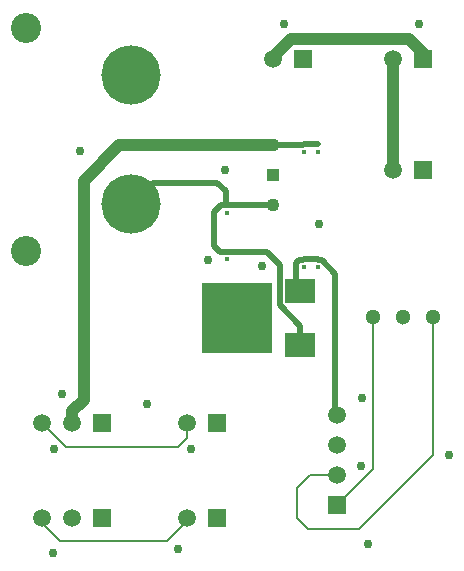
<source format=gbr>
%TF.GenerationSoftware,KiCad,Pcbnew,7.0.1*%
%TF.CreationDate,2023-09-15T12:38:23+09:00*%
%TF.ProjectId,Mix necessary function,4d697820-6e65-4636-9573-736172792066,rev?*%
%TF.SameCoordinates,Original*%
%TF.FileFunction,Copper,L1,Top*%
%TF.FilePolarity,Positive*%
%FSLAX46Y46*%
G04 Gerber Fmt 4.6, Leading zero omitted, Abs format (unit mm)*
G04 Created by KiCad (PCBNEW 7.0.1) date 2023-09-15 12:38:23*
%MOMM*%
%LPD*%
G01*
G04 APERTURE LIST*
%TA.AperFunction,ComponentPad*%
%ADD10R,1.108000X1.108000*%
%TD*%
%TA.AperFunction,ComponentPad*%
%ADD11C,1.108000*%
%TD*%
%TA.AperFunction,ComponentPad*%
%ADD12R,1.508000X1.508000*%
%TD*%
%TA.AperFunction,ComponentPad*%
%ADD13C,1.508000*%
%TD*%
%TA.AperFunction,SMDPad,CuDef*%
%ADD14R,6.000000X6.000000*%
%TD*%
%TA.AperFunction,SMDPad,CuDef*%
%ADD15R,2.500000X2.000000*%
%TD*%
%TA.AperFunction,SMDPad,CuDef*%
%ADD16R,0.400000X0.350000*%
%TD*%
%TA.AperFunction,ComponentPad*%
%ADD17C,5.016000*%
%TD*%
%TA.AperFunction,ComponentPad*%
%ADD18C,2.550000*%
%TD*%
%TA.AperFunction,ComponentPad*%
%ADD19C,1.300000*%
%TD*%
%TA.AperFunction,ViaPad*%
%ADD20C,0.756400*%
%TD*%
%TA.AperFunction,Conductor*%
%ADD21C,0.500000*%
%TD*%
%TA.AperFunction,Conductor*%
%ADD22C,1.016000*%
%TD*%
%TA.AperFunction,Conductor*%
%ADD23C,0.200000*%
%TD*%
%TA.AperFunction,Conductor*%
%ADD24C,1.000000*%
%TD*%
%TA.AperFunction,Conductor*%
%ADD25C,0.152400*%
%TD*%
G04 APERTURE END LIST*
D10*
%TO.P,U$1,GND*%
%TO.N,GND*%
X155001100Y-100003600D03*
D11*
%TO.P,U$1,INPUT*%
%TO.N,PVCC*%
X155001100Y-102543600D03*
%TO.P,U$1,OUTPUT*%
%TO.N,+6V*%
X155001100Y-97463600D03*
%TD*%
D12*
%TO.P,LED,1*%
%TO.N,BLUE*%
X160431100Y-127913600D03*
D13*
%TO.P,LED,2*%
%TO.N,RED*%
X160431100Y-125373600D03*
%TO.P,LED,3*%
%TO.N,N/C*%
X160431100Y-122833600D03*
%TO.P,LED,4*%
%TO.N,+12V*%
X160431100Y-120293600D03*
%TD*%
D14*
%TO.P,U$17,GND*%
%TO.N,GND*%
X151981100Y-112084600D03*
D15*
%TO.P,U$17,VIN*%
%TO.N,PVCC*%
X157331100Y-114384600D03*
%TO.P,U$17,VOUT*%
%TO.N,+12V*%
X157331100Y-109784600D03*
%TD*%
D12*
%TO.P,SW2,1*%
%TO.N,GND*%
X157531100Y-90143600D03*
D13*
%TO.P,SW2,2*%
%TO.N,EM*%
X154991100Y-90143600D03*
%TD*%
D16*
%TO.P,C5,1*%
%TO.N,+12V*%
X157588100Y-107120600D03*
%TO.P,C5,2*%
%TO.N,GND*%
X157588100Y-107770600D03*
%TD*%
D17*
%TO.P,Lipo_THRU,+*%
%TO.N,PVCC*%
X143001100Y-102453600D03*
%TO.P,Lipo_THRU,-*%
%TO.N,GND*%
X143001100Y-91553600D03*
D18*
%TO.P,Lipo_THRU,P$3*%
%TO.N,N/C*%
X134101100Y-106453600D03*
%TO.P,Lipo_THRU,P$4*%
X134101100Y-87553600D03*
%TD*%
D16*
%TO.P,C4,1*%
%TO.N,PVCC*%
X151069100Y-106482600D03*
%TO.P,C4,2*%
%TO.N,GND*%
X151069100Y-107132600D03*
%TD*%
%TO.P,C6,1*%
%TO.N,+12V*%
X158779100Y-107120600D03*
%TO.P,C6,2*%
%TO.N,GND*%
X158779100Y-107770600D03*
%TD*%
D12*
%TO.P,SERVO2,1*%
%TO.N,GND*%
X140541100Y-121003600D03*
D13*
%TO.P,SERVO2,2*%
%TO.N,+6V*%
X138001100Y-121003600D03*
%TO.P,SERVO2,3*%
%TO.N,PWM2_SERVO*%
X135461100Y-121003600D03*
%TD*%
D12*
%TO.P,AZUSA_CON2,1*%
%TO.N,GND*%
X150271100Y-121003600D03*
D13*
%TO.P,AZUSA_CON2,2*%
%TO.N,PWM2_SERVO*%
X147731100Y-121003600D03*
%TD*%
D12*
%TO.P,AZUSA,1*%
%TO.N,GND*%
X167691100Y-99573600D03*
D13*
%TO.P,AZUSA,2*%
%TO.N,VCC*%
X165151100Y-99573600D03*
%TD*%
D19*
%TO.P,LED_SW0,C*%
%TO.N,GND*%
X166001100Y-112003600D03*
%TO.P,LED_SW0,L*%
%TO.N,BLUE*%
X163461100Y-112003600D03*
%TO.P,LED_SW0,R*%
%TO.N,RED*%
X168541100Y-112003600D03*
%TD*%
D12*
%TO.P,AZUSA_CON1,1*%
%TO.N,GND*%
X150271100Y-129003600D03*
D13*
%TO.P,AZUSA_CON1,2*%
%TO.N,PWM1_SERVO*%
X147731100Y-129003600D03*
%TD*%
D12*
%TO.P,SERVO1,1*%
%TO.N,GND*%
X140541100Y-129003600D03*
D13*
%TO.P,SERVO1,2*%
%TO.N,+6V*%
X138001100Y-129003600D03*
%TO.P,SERVO1,3*%
%TO.N,PWM1_SERVO*%
X135461100Y-129003600D03*
%TD*%
D12*
%TO.P,SW1,1*%
%TO.N,EM*%
X167691100Y-90143600D03*
D13*
%TO.P,SW1,2*%
%TO.N,VCC*%
X165151100Y-90143600D03*
%TD*%
D16*
%TO.P,C3,1*%
%TO.N,+6V*%
X158779100Y-97352600D03*
%TO.P,C3,2*%
%TO.N,GND*%
X158779100Y-98002600D03*
%TD*%
%TO.P,C1,1*%
%TO.N,PVCC*%
X151069100Y-102521600D03*
%TO.P,C1,2*%
%TO.N,GND*%
X151069100Y-103171600D03*
%TD*%
%TO.P,C2,1*%
%TO.N,+6V*%
X157588100Y-97352600D03*
%TO.P,C2,2*%
%TO.N,GND*%
X157588100Y-98002600D03*
%TD*%
D20*
%TO.N,GND*%
X148019100Y-123224600D03*
X146940100Y-131640600D03*
X137114100Y-118526600D03*
X144336100Y-119414600D03*
X136352100Y-131988600D03*
X136479100Y-123225600D03*
X154100100Y-107732600D03*
X149528100Y-107176600D03*
X158878100Y-104144600D03*
X150925100Y-99556600D03*
X138654100Y-97920600D03*
%TO.N,N$13*%
X162514100Y-118907600D03*
%TO.N,GND*%
X162451100Y-124606600D03*
X169880100Y-123733600D03*
X163022100Y-131226600D03*
X155910100Y-87221600D03*
X167340100Y-87221600D03*
%TD*%
D21*
%TO.N,+12V*%
X157588100Y-107120600D02*
X157515500Y-107193200D01*
X158779100Y-107120600D02*
X158851700Y-107193200D01*
X157588100Y-107120600D02*
X158779100Y-107120600D01*
X157221418Y-107193200D02*
X156985700Y-107428919D01*
X160291100Y-108338519D02*
X160291100Y-120153600D01*
X158851700Y-107193200D02*
X159145781Y-107193200D01*
X157331100Y-109784600D02*
X156985700Y-109439200D01*
X156985700Y-107428919D02*
X156985700Y-109439200D01*
X157515500Y-107193200D02*
X157221418Y-107193200D01*
X159145781Y-107193200D02*
X160291100Y-108338519D01*
X160431100Y-120293600D02*
X160291100Y-120153600D01*
D22*
%TO.N,VCC*%
X165151100Y-99573600D02*
X165151100Y-90143600D01*
%TO.N,EM*%
X156503556Y-88475200D02*
X166482968Y-88475200D01*
X156503556Y-88475200D02*
X154991100Y-89987657D01*
X167691100Y-90143600D02*
X167691100Y-89683332D01*
X167691100Y-89683332D02*
X166482968Y-88475200D01*
X154991100Y-90143600D02*
X154991100Y-89987657D01*
D21*
%TO.N,PVCC*%
X151001100Y-102453600D02*
X151001100Y-101384600D01*
X150606150Y-102521600D02*
X150001100Y-103126650D01*
X150255100Y-100638600D02*
X144816100Y-100638600D01*
X151069100Y-102521600D02*
X150606150Y-102521600D01*
D23*
X154979100Y-102521600D02*
X155001100Y-102543600D01*
D21*
X150480100Y-106482600D02*
X151069100Y-106482600D01*
X144816100Y-100638600D02*
X143001100Y-102453600D01*
X151069100Y-102521600D02*
X154979100Y-102521600D01*
X155571700Y-107574200D02*
X155571700Y-110981282D01*
X151069100Y-102521600D02*
X151001100Y-102453600D01*
X157331100Y-112740682D02*
X157331100Y-114384600D01*
X154480100Y-106482600D02*
X155571700Y-107574200D01*
X151001100Y-101384600D02*
X150255100Y-100638600D01*
X150001100Y-103126650D02*
X150001100Y-106003600D01*
X155571700Y-110981282D02*
X157331100Y-112740682D01*
X151069100Y-106482600D02*
X154480100Y-106482600D01*
X150001100Y-106003600D02*
X150480100Y-106482600D01*
D24*
%TO.N,+6V*%
X138001100Y-120003600D02*
X139001100Y-119003600D01*
X155001100Y-97463600D02*
X155000100Y-97464600D01*
D21*
X157588100Y-97352600D02*
X158779100Y-97352600D01*
D24*
X138001100Y-121003600D02*
X138001100Y-120003600D01*
X139001100Y-119003600D02*
X139001100Y-100464600D01*
D21*
X157515500Y-97425200D02*
X155039500Y-97425200D01*
X157515500Y-97425200D02*
X157588100Y-97352600D01*
D24*
X142001100Y-97464600D02*
X155000100Y-97464600D01*
D21*
X155001100Y-97463600D02*
X155039500Y-97425200D01*
D24*
X139001100Y-100464600D02*
X142001100Y-97464600D01*
D23*
%TO.N,RED*%
X157001100Y-126511600D02*
X158139100Y-125373600D01*
X162301737Y-130003600D02*
X158001100Y-130003600D01*
D25*
X168541100Y-112003600D02*
X168588100Y-112050600D01*
D23*
X158001100Y-130003600D02*
X157001100Y-129003600D01*
X168588100Y-123717238D02*
X162301737Y-130003600D01*
X157001100Y-129003600D02*
X157001100Y-126511600D01*
X158139100Y-125373600D02*
X160431100Y-125373600D01*
D25*
X168588100Y-112050600D02*
X168588100Y-123717238D01*
D23*
%TO.N,BLUE*%
X160431100Y-127913600D02*
X163461100Y-124883600D01*
D25*
X163461100Y-116463600D02*
X163461100Y-112003600D01*
D23*
X163461100Y-124883600D02*
X163461100Y-116463600D01*
%TO.N,PWM2_SERVO*%
X135461100Y-121003600D02*
X137461100Y-123003600D01*
X147001100Y-123003600D02*
X147731100Y-122273600D01*
X147731100Y-122273600D02*
X147731100Y-121003600D01*
X137461100Y-123003600D02*
X147001100Y-123003600D01*
%TO.N,PWM1_SERVO*%
X137001100Y-131003600D02*
X146001100Y-131003600D01*
X135461100Y-129463600D02*
X137001100Y-131003600D01*
X135461100Y-129003600D02*
X135461100Y-129463600D01*
X146001100Y-131003600D02*
X147747100Y-129257600D01*
%TD*%
M02*

</source>
